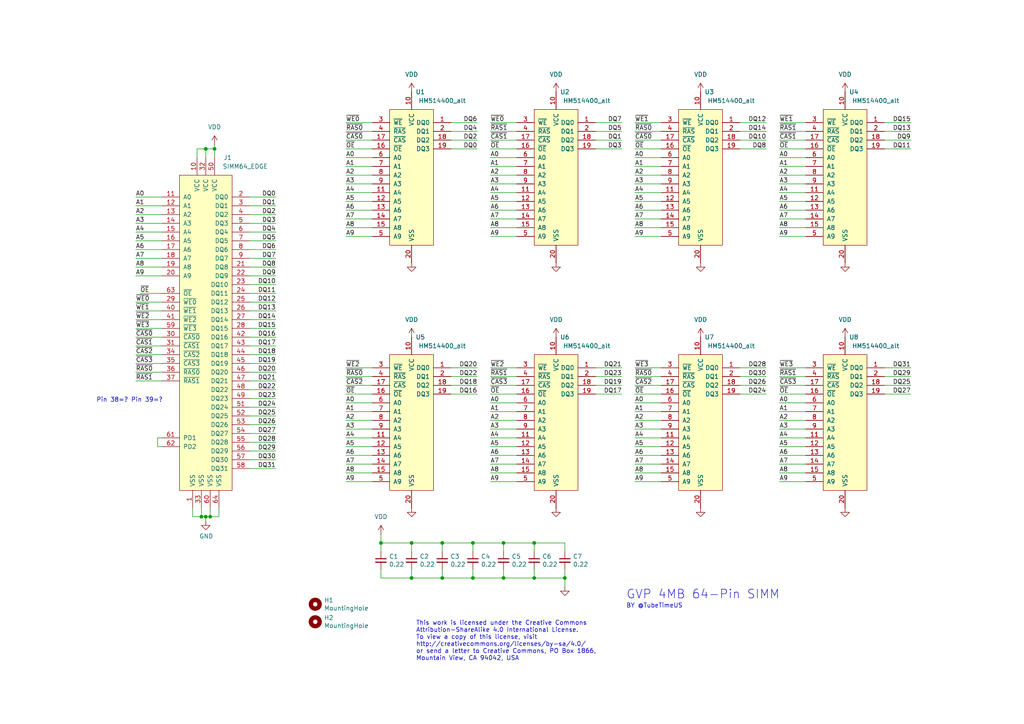
<source format=kicad_sch>
(kicad_sch (version 20231120) (generator "eeschema") (generator_version "8.0")
  (paper "A4")
  (lib_symbols
    (symbol "Device:C_Small" (pin_numbers hide) (pin_names (offset 0.254) hide)
      (property "Reference" "C" (at 0.254 1.778 0))
      (property "Value" "C_Small" (at 0.254 -2.032 0))
      (symbol "C_Small_0_1"
        (polyline (pts (xy -1.524 -0.508) (xy 1.524 -0.508)) (stroke (width 0.3302)))
        (polyline (pts (xy -1.524 0.508) (xy 1.524 0.508)) (stroke (width 0.3048)))
      )
      (symbol "C_Small_1_1"
        (pin passive line (at 0 2.54 270) (length 2.032) (name "~") (number "1"))
        (pin passive line (at 0 -2.54 90) (length 2.032) (name "~") (number "2"))
      )
    )
    (symbol "Mechanical:MountingHole" (pin_names (offset 1.016)) (exclude_from_sim yes) (in_bom no)
      (property "Reference" "H" (at 0 5.08 0))
      (property "Value" "MountingHole" (at 0 3.175 0))
      (symbol "MountingHole_0_1"
        (circle (center 0 0) (radius 1.27) (stroke (width 1.27)))
      )
    )
    (symbol "gvpsimm-rescue:GND-power" (power) (pin_names (offset 0))
      (property "Value" "power_GND" (at 0 -3.81 0))
      (symbol "GND-power_0_1"
        (polyline (pts (xy 0 0) (xy 0 -1.27) (xy 1.27 -1.27) (xy 0 -2.54) (xy -1.27 -1.27) (xy 0 -1.27)))
      )
      (symbol "GND-power_1_1"
        (pin power_in line (at 0 0 270) (length 0) hide (name "GND") (number "1"))
      )
    )
    (symbol "memory:HM514400_alt" (pin_names (offset 1.016))
      (property "Reference" "U" (at 1.27 5.08 0))
      (property "Value" "HM514400_alt" (at 7.62 2.54 0))
      (symbol "HM514400_alt_0_1"
        (rectangle (start -6.35 0) (end 6.35 -39.37) (fill (type background)))
      )
      (symbol "HM514400_alt_1_1"
        (pin bidirectional line (at 11.43 -3.81 180) (length 5.08) (name "DQ0") (number "1"))
        (pin power_in line (at 0 5.08 270) (length 5.08) (name "VCC") (number "10"))
        (pin input line (at -11.43 -24.13 0) (length 5.08) (name "A4") (number "11"))
        (pin input line (at -11.43 -26.67 0) (length 5.08) (name "A5") (number "12"))
        (pin input line (at -11.43 -29.21 0) (length 5.08) (name "A6") (number "13"))
        (pin input line (at -11.43 -31.75 0) (length 5.08) (name "A7") (number "14"))
        (pin input line (at -11.43 -34.29 0) (length 5.08) (name "A8") (number "15"))
        (pin input line (at -11.43 -11.43 0) (length 5.08) (name "~{OE}") (number "16"))
        (pin input line (at -11.43 -8.89 0) (length 5.08) (name "~{CAS}") (number "17"))
        (pin bidirectional line (at 11.43 -8.89 180) (length 5.08) (name "DQ2") (number "18"))
        (pin bidirectional line (at 11.43 -11.43 180) (length 5.08) (name "DQ3") (number "19"))
        (pin bidirectional line (at 11.43 -6.35 180) (length 5.08) (name "DQ1") (number "2"))
        (pin power_in line (at 0 -44.45 90) (length 5.08) (name "VSS") (number "20"))
        (pin input line (at -11.43 -3.81 0) (length 5.08) (name "~{WE}") (number "3"))
        (pin input line (at -11.43 -6.35 0) (length 5.08) (name "~{RAS}") (number "4"))
        (pin input line (at -11.43 -36.83 0) (length 5.08) (name "A9") (number "5"))
        (pin input line (at -11.43 -13.97 0) (length 5.08) (name "A0") (number "6"))
        (pin input line (at -11.43 -16.51 0) (length 5.08) (name "A1") (number "7"))
        (pin input line (at -11.43 -19.05 0) (length 5.08) (name "A2") (number "8"))
        (pin input line (at -11.43 -21.59 0) (length 5.08) (name "A3") (number "9"))
      )
    )
    (symbol "memory:SIMM64_EDGE" (pin_names (offset 1.016))
      (property "Reference" "J" (at 6.35 3.81 0))
      (property "Value" "SIMM64_EDGE" (at 12.7 1.27 0))
      (symbol "SIMM64_EDGE_0_1"
        (rectangle (start 7.62 -91.44) (end -7.62 0) (fill (type background)))
      )
      (symbol "SIMM64_EDGE_1_1"
        (pin power_out line (at -3.81 -96.52 90) (length 5.08) (name "VSS") (number "1"))
        (pin power_out line (at -2.54 5.08 270) (length 5.08) (name "VCC") (number "10"))
        (pin output line (at -12.7 -6.35 0) (length 5.08) (name "A0") (number "11"))
        (pin output line (at -12.7 -8.89 0) (length 5.08) (name "A1") (number "12"))
        (pin output line (at -12.7 -11.43 0) (length 5.08) (name "A2") (number "13"))
        (pin output line (at -12.7 -13.97 0) (length 5.08) (name "A3") (number "14"))
        (pin output line (at -12.7 -16.51 0) (length 5.08) (name "A4") (number "15"))
        (pin output line (at -12.7 -19.05 0) (length 5.08) (name "A5") (number "16"))
        (pin output line (at -12.7 -21.59 0) (length 5.08) (name "A6") (number "17"))
        (pin output line (at -12.7 -24.13 0) (length 5.08) (name "A7") (number "18"))
        (pin output line (at -12.7 -26.67 0) (length 5.08) (name "A8") (number "19"))
        (pin bidirectional line (at 12.7 -6.35 180) (length 5.08) (name "DQ0") (number "2"))
        (pin output line (at -12.7 -29.21 0) (length 5.08) (name "A9") (number "20"))
        (pin bidirectional line (at 12.7 -26.67 180) (length 5.08) (name "DQ8") (number "21"))
        (pin bidirectional line (at 12.7 -29.21 180) (length 5.08) (name "DQ9") (number "22"))
        (pin bidirectional line (at 12.7 -31.75 180) (length 5.08) (name "DQ10") (number "23"))
        (pin bidirectional line (at 12.7 -34.29 180) (length 5.08) (name "DQ11") (number "24"))
        (pin bidirectional line (at 12.7 -36.83 180) (length 5.08) (name "DQ12") (number "25"))
        (pin bidirectional line (at 12.7 -39.37 180) (length 5.08) (name "DQ13") (number "26"))
        (pin bidirectional line (at 12.7 -41.91 180) (length 5.08) (name "DQ14") (number "27"))
        (pin bidirectional line (at 12.7 -44.45 180) (length 5.08) (name "DQ15") (number "28"))
        (pin output line (at -12.7 -36.83 0) (length 5.08) (name "~{WE0}") (number "29"))
        (pin bidirectional line (at 12.7 -8.89 180) (length 5.08) (name "DQ1") (number "3"))
        (pin output line (at -12.7 -46.99 0) (length 5.08) (name "~{CAS0}") (number "30"))
        (pin output line (at -12.7 -49.53 0) (length 5.08) (name "~{CAS1}") (number "31"))
        (pin power_in line (at 0 5.08 270) (length 5.08) (name "VCC") (number "32"))
        (pin power_in line (at -1.27 -96.52 90) (length 5.08) (name "VSS") (number "33"))
        (pin output line (at -12.7 -52.07 0) (length 5.08) (name "~{CAS2}") (number "34"))
        (pin output line (at -12.7 -54.61 0) (length 5.08) (name "~{CAS3}") (number "35"))
        (pin output line (at -12.7 -57.15 0) (length 5.08) (name "~{RAS0}") (number "36"))
        (pin output line (at -12.7 -59.69 0) (length 5.08) (name "~{RAS1}") (number "37"))
        (pin bidirectional line (at 12.7 -11.43 180) (length 5.08) (name "DQ2") (number "4"))
        (pin output line (at -12.7 -39.37 0) (length 5.08) (name "~{WE1}") (number "40"))
        (pin output line (at -12.7 -41.91 0) (length 5.08) (name "~{WE2}") (number "41"))
        (pin bidirectional line (at 12.7 -46.99 180) (length 5.08) (name "DQ16") (number "42"))
        (pin bidirectional line (at 12.7 -49.53 180) (length 5.08) (name "DQ17") (number "43"))
        (pin bidirectional line (at 12.7 -52.07 180) (length 5.08) (name "DQ18") (number "44"))
        (pin bidirectional line (at 12.7 -54.61 180) (length 5.08) (name "DQ19") (number "45"))
        (pin bidirectional line (at 12.7 -57.15 180) (length 5.08) (name "DQ20") (number "46"))
        (pin bidirectional line (at 12.7 -59.69 180) (length 5.08) (name "DQ21") (number "47"))
        (pin bidirectional line (at 12.7 -62.23 180) (length 5.08) (name "DQ22") (number "48"))
        (pin bidirectional line (at 12.7 -64.77 180) (length 5.08) (name "DQ23") (number "49"))
        (pin bidirectional line (at 12.7 -13.97 180) (length 5.08) (name "DQ3") (number "5"))
        (pin power_in line (at 2.54 5.08 270) (length 5.08) (name "VCC") (number "50"))
        (pin bidirectional line (at 12.7 -67.31 180) (length 5.08) (name "DQ24") (number "51"))
        (pin bidirectional line (at 12.7 -69.85 180) (length 5.08) (name "DQ25") (number "52"))
        (pin bidirectional line (at 12.7 -72.39 180) (length 5.08) (name "DQ26") (number "53"))
        (pin bidirectional line (at 12.7 -74.93 180) (length 5.08) (name "DQ27") (number "54"))
        (pin bidirectional line (at 12.7 -77.47 180) (length 5.08) (name "DQ28") (number "55"))
        (pin bidirectional line (at 12.7 -80.01 180) (length 5.08) (name "DQ29") (number "56"))
        (pin bidirectional line (at 12.7 -82.55 180) (length 5.08) (name "DQ30") (number "57"))
        (pin bidirectional line (at 12.7 -85.09 180) (length 5.08) (name "DQ31") (number "58"))
        (pin output line (at -12.7 -44.45 0) (length 5.08) (name "~{WE3}") (number "59"))
        (pin bidirectional line (at 12.7 -16.51 180) (length 5.08) (name "DQ4") (number "6"))
        (pin power_in line (at 1.27 -96.52 90) (length 5.08) (name "VSS") (number "60"))
        (pin passive line (at -12.7 -76.2 0) (length 5.08) (name "PD1") (number "61"))
        (pin passive line (at -12.7 -78.74 0) (length 5.08) (name "PD2") (number "62"))
        (pin output line (at -12.7 -34.29 0) (length 5.08) (name "~{OE}") (number "63"))
        (pin power_in line (at 3.81 -96.52 90) (length 5.08) (name "VSS") (number "64"))
        (pin bidirectional line (at 12.7 -19.05 180) (length 5.08) (name "DQ5") (number "7"))
        (pin bidirectional line (at 12.7 -21.59 180) (length 5.08) (name "DQ6") (number "8"))
        (pin bidirectional line (at 12.7 -24.13 180) (length 5.08) (name "DQ7") (number "9"))
      )
    )
    (symbol "power:GND" (power) (pin_numbers hide) (pin_names (offset 0) hide)
      (property "Value" "GND" (at 0 -3.81 0))
      (symbol "GND_0_1"
        (polyline (pts (xy 0 0) (xy 0 -1.27) (xy 1.27 -1.27) (xy 0 -2.54) (xy -1.27 -1.27) (xy 0 -1.27)))
      )
      (symbol "GND_1_1"
        (pin power_in line (at 0 0 270) (length 0) (name "~") (number "1"))
      )
    )
    (symbol "power:VDD" (power) (pin_numbers hide) (pin_names (offset 0) hide)
      (property "Value" "VDD" (at 0 3.556 0))
      (symbol "VDD_0_1"
        (polyline (pts (xy -0.762 1.27) (xy 0 2.54)))
        (polyline (pts (xy 0 0) (xy 0 2.54)))
        (polyline (pts (xy 0 2.54) (xy 0.762 1.27)))
      )
      (symbol "VDD_1_1"
        (pin power_in line (at 0 0 90) (length 0) (name "~") (number "1"))
      )
    )
  )
  (junction (at 59.69 43.18))
  (junction (at 62.23 43.18))
  (junction (at 59.69 149.86))
  (junction (at 146.05 157.48))
  (junction (at 137.16 167.64))
  (junction (at 119.38 157.48))
  (junction (at 128.27 167.64))
  (junction (at 146.05 167.64))
  (junction (at 128.27 157.48))
  (junction (at 137.16 157.48))
  (junction (at 163.83 167.64))
  (junction (at 110.49 157.48))
  (junction (at 58.42 149.86))
  (junction (at 154.94 157.48))
  (junction (at 119.38 167.64))
  (junction (at 60.96 149.86))
  (junction (at 154.94 167.64))
  (wire (pts (xy 130.81 43.18) (xy 138.43 43.18)))
  (wire (pts (xy 72.39 118.11) (xy 80.01 118.11)))
  (wire (pts (xy 46.99 62.23) (xy 39.37 62.23)))
  (wire (pts (xy 110.49 165.1) (xy 110.49 167.64)))
  (wire (pts (xy 119.38 165.1) (xy 119.38 167.64)))
  (wire (pts (xy 72.39 97.79) (xy 80.01 97.79)))
  (wire (pts (xy 222.25 40.64) (xy 214.63 40.64)))
  (wire (pts (xy 233.68 63.5) (xy 226.06 63.5)))
  (wire (pts (xy 39.37 90.17) (xy 46.99 90.17)))
  (wire (pts (xy 46.99 100.33) (xy 39.37 100.33)))
  (wire (pts (xy 107.95 121.92) (xy 100.33 121.92)))
  (wire (pts (xy 58.42 149.86) (xy 59.69 149.86)))
  (wire (pts (xy 80.01 62.23) (xy 72.39 62.23)))
  (wire (pts (xy 149.86 50.8) (xy 142.24 50.8)))
  (wire (pts (xy 110.49 160.02) (xy 110.49 157.48)))
  (wire (pts (xy 72.39 85.09) (xy 80.01 85.09)))
  (wire (pts (xy 107.95 129.54) (xy 100.33 129.54)))
  (wire (pts (xy 119.38 160.02) (xy 119.38 157.48)))
  (wire (pts (xy 80.01 95.25) (xy 72.39 95.25)))
  (wire (pts (xy 80.01 100.33) (xy 72.39 100.33)))
  (wire (pts (xy 72.39 130.81) (xy 80.01 130.81)))
  (wire (pts (xy 191.77 40.64) (xy 184.15 40.64)))
  (wire (pts (xy 149.86 68.58) (xy 142.24 68.58)))
  (wire (pts (xy 191.77 127) (xy 184.15 127)))
  (wire (pts (xy 138.43 111.76) (xy 130.81 111.76)))
  (wire (pts (xy 191.77 63.5) (xy 184.15 63.5)))
  (wire (pts (xy 226.06 109.22) (xy 233.68 109.22)))
  (wire (pts (xy 59.69 151.13) (xy 59.69 149.86)))
  (wire (pts (xy 45.72 127) (xy 45.72 129.54)))
  (wire (pts (xy 46.99 69.85) (xy 39.37 69.85)))
  (wire (pts (xy 154.94 157.48) (xy 163.83 157.48)))
  (wire (pts (xy 59.69 43.18) (xy 62.23 43.18)))
  (wire (pts (xy 57.15 45.72) (xy 57.15 43.18)))
  (wire (pts (xy 107.95 63.5) (xy 100.33 63.5)))
  (wire (pts (xy 163.83 157.48) (xy 163.83 160.02)))
  (wire (pts (xy 39.37 64.77) (xy 46.99 64.77)))
  (wire (pts (xy 226.06 53.34) (xy 233.68 53.34)))
  (wire (pts (xy 233.68 121.92) (xy 226.06 121.92)))
  (wire (pts (xy 142.24 53.34) (xy 149.86 53.34)))
  (wire (pts (xy 100.33 109.22) (xy 107.95 109.22)))
  (wire (pts (xy 110.49 167.64) (xy 119.38 167.64)))
  (wire (pts (xy 146.05 157.48) (xy 154.94 157.48)))
  (wire (pts (xy 214.63 43.18) (xy 222.25 43.18)))
  (wire (pts (xy 191.77 50.8) (xy 184.15 50.8)))
  (wire (pts (xy 222.25 106.68) (xy 214.63 106.68)))
  (wire (pts (xy 184.15 66.04) (xy 191.77 66.04)))
  (wire (pts (xy 191.77 114.3) (xy 184.15 114.3)))
  (wire (pts (xy 222.25 35.56) (xy 214.63 35.56)))
  (wire (pts (xy 149.86 55.88) (xy 142.24 55.88)))
  (wire (pts (xy 80.01 69.85) (xy 72.39 69.85)))
  (wire (pts (xy 46.99 92.71) (xy 39.37 92.71)))
  (wire (pts (xy 46.99 57.15) (xy 39.37 57.15)))
  (wire (pts (xy 107.95 58.42) (xy 100.33 58.42)))
  (wire (pts (xy 107.95 50.8) (xy 100.33 50.8)))
  (wire (pts (xy 80.01 107.95) (xy 72.39 107.95)))
  (wire (pts (xy 149.86 111.76) (xy 142.24 111.76)))
  (wire (pts (xy 72.39 59.69) (xy 80.01 59.69)))
  (wire (pts (xy 72.39 135.89) (xy 80.01 135.89)))
  (wire (pts (xy 154.94 165.1) (xy 154.94 167.64)))
  (wire (pts (xy 107.95 127) (xy 100.33 127)))
  (wire (pts (xy 233.68 134.62) (xy 226.06 134.62)))
  (wire (pts (xy 142.24 38.1) (xy 149.86 38.1)))
  (wire (pts (xy 146.05 165.1) (xy 146.05 167.64)))
  (wire (pts (xy 191.77 139.7) (xy 184.15 139.7)))
  (wire (pts (xy 184.15 137.16) (xy 191.77 137.16)))
  (wire (pts (xy 233.68 106.68) (xy 226.06 106.68)))
  (wire (pts (xy 191.77 134.62) (xy 184.15 134.62)))
  (wire (pts (xy 46.99 87.63) (xy 39.37 87.63)))
  (wire (pts (xy 39.37 72.39) (xy 46.99 72.39)))
  (wire (pts (xy 184.15 38.1) (xy 191.77 38.1)))
  (wire (pts (xy 55.88 149.86) (xy 58.42 149.86)))
  (wire (pts (xy 128.27 167.64) (xy 137.16 167.64)))
  (wire (pts (xy 191.77 116.84) (xy 184.15 116.84)))
  (wire (pts (xy 62.23 43.18) (xy 62.23 41.91)))
  (wire (pts (xy 154.94 160.02) (xy 154.94 157.48)))
  (wire (pts (xy 137.16 160.02) (xy 137.16 157.48)))
  (wire (pts (xy 72.39 113.03) (xy 80.01 113.03)))
  (wire (pts (xy 100.33 48.26) (xy 107.95 48.26)))
  (wire (pts (xy 46.99 80.01) (xy 39.37 80.01)))
  (wire (pts (xy 119.38 157.48) (xy 128.27 157.48)))
  (wire (pts (xy 46.99 74.93) (xy 39.37 74.93)))
  (wire (pts (xy 128.27 157.48) (xy 137.16 157.48)))
  (wire (pts (xy 107.95 40.64) (xy 100.33 40.64)))
  (wire (pts (xy 62.23 43.18) (xy 62.23 45.72)))
  (wire (pts (xy 264.16 111.76) (xy 256.54 111.76)))
  (wire (pts (xy 138.43 35.56) (xy 130.81 35.56)))
  (wire (pts (xy 46.99 110.49) (xy 39.37 110.49)))
  (wire (pts (xy 149.86 63.5) (xy 142.24 63.5)))
  (wire (pts (xy 46.99 67.31) (xy 39.37 67.31)))
  (wire (pts (xy 184.15 119.38) (xy 191.77 119.38)))
  (wire (pts (xy 233.68 40.64) (xy 226.06 40.64)))
  (wire (pts (xy 39.37 77.47) (xy 46.99 77.47)))
  (wire (pts (xy 100.33 124.46) (xy 107.95 124.46)))
  (wire (pts (xy 214.63 109.22) (xy 222.25 109.22)))
  (wire (pts (xy 226.06 119.38) (xy 233.68 119.38)))
  (wire (pts (xy 149.86 58.42) (xy 142.24 58.42)))
  (wire (pts (xy 172.72 109.22) (xy 180.34 109.22)))
  (wire (pts (xy 39.37 102.87) (xy 46.99 102.87)))
  (wire (pts (xy 46.99 97.79) (xy 39.37 97.79)))
  (wire (pts (xy 55.88 147.32) (xy 55.88 149.86)))
  (wire (pts (xy 142.24 119.38) (xy 149.86 119.38)))
  (wire (pts (xy 72.39 90.17) (xy 80.01 90.17)))
  (wire (pts (xy 100.33 38.1) (xy 107.95 38.1)))
  (wire (pts (xy 60.96 149.86) (xy 63.5 149.86)))
  (wire (pts (xy 142.24 124.46) (xy 149.86 124.46)))
  (wire (pts (xy 58.42 147.32) (xy 58.42 149.86)))
  (wire (pts (xy 256.54 43.18) (xy 264.16 43.18)))
  (wire (pts (xy 149.86 35.56) (xy 142.24 35.56)))
  (wire (pts (xy 142.24 60.96) (xy 149.86 60.96)))
  (wire (pts (xy 107.95 45.72) (xy 100.33 45.72)))
  (wire (pts (xy 72.39 125.73) (xy 80.01 125.73)))
  (wire (pts (xy 184.15 109.22) (xy 191.77 109.22)))
  (wire (pts (xy 149.86 116.84) (xy 142.24 116.84)))
  (wire (pts (xy 72.39 64.77) (xy 80.01 64.77)))
  (wire (pts (xy 137.16 157.48) (xy 146.05 157.48)))
  (wire (pts (xy 163.83 167.64) (xy 163.83 170.18)))
  (wire (pts (xy 80.01 82.55) (xy 72.39 82.55)))
  (wire (pts (xy 80.01 57.15) (xy 72.39 57.15)))
  (wire (pts (xy 226.06 137.16) (xy 233.68 137.16)))
  (wire (pts (xy 138.43 106.68) (xy 130.81 106.68)))
  (wire (pts (xy 149.86 129.54) (xy 142.24 129.54)))
  (wire (pts (xy 142.24 137.16) (xy 149.86 137.16)))
  (wire (pts (xy 191.77 55.88) (xy 184.15 55.88)))
  (wire (pts (xy 233.68 116.84) (xy 226.06 116.84)))
  (wire (pts (xy 72.39 77.47) (xy 80.01 77.47)))
  (wire (pts (xy 80.01 80.01) (xy 72.39 80.01)))
  (wire (pts (xy 119.38 167.64) (xy 128.27 167.64)))
  (wire (pts (xy 172.72 114.3) (xy 180.34 114.3)))
  (wire (pts (xy 180.34 40.64) (xy 172.72 40.64)))
  (wire (pts (xy 233.68 139.7) (xy 226.06 139.7)))
  (wire (pts (xy 80.01 123.19) (xy 72.39 123.19)))
  (wire (pts (xy 233.68 114.3) (xy 226.06 114.3)))
  (wire (pts (xy 233.68 35.56) (xy 226.06 35.56)))
  (wire (pts (xy 226.06 48.26) (xy 233.68 48.26)))
  (wire (pts (xy 184.15 48.26) (xy 191.77 48.26)))
  (wire (pts (xy 100.33 66.04) (xy 107.95 66.04)))
  (wire (pts (xy 149.86 40.64) (xy 142.24 40.64)))
  (wire (pts (xy 149.86 45.72) (xy 142.24 45.72)))
  (wire (pts (xy 226.06 38.1) (xy 233.68 38.1)))
  (wire (pts (xy 191.77 111.76) (xy 184.15 111.76)))
  (wire (pts (xy 233.68 45.72) (xy 226.06 45.72)))
  (wire (pts (xy 107.95 111.76) (xy 100.33 111.76)))
  (wire (pts (xy 100.33 53.34) (xy 107.95 53.34)))
  (wire (pts (xy 191.77 35.56) (xy 184.15 35.56)))
  (wire (pts (xy 184.15 60.96) (xy 191.77 60.96)))
  (wire (pts (xy 46.99 85.09) (xy 40.64 85.09)))
  (wire (pts (xy 100.33 137.16) (xy 107.95 137.16)))
  (wire (pts (xy 110.49 157.48) (xy 119.38 157.48)))
  (wire (pts (xy 191.77 121.92) (xy 184.15 121.92)))
  (wire (pts (xy 233.68 43.18) (xy 226.06 43.18)))
  (wire (pts (xy 39.37 107.95) (xy 46.99 107.95)))
  (wire (pts (xy 256.54 38.1) (xy 264.16 38.1)))
  (wire (pts (xy 233.68 129.54) (xy 226.06 129.54)))
  (wire (pts (xy 256.54 109.22) (xy 264.16 109.22)))
  (wire (pts (xy 130.81 114.3) (xy 138.43 114.3)))
  (wire (pts (xy 233.68 68.58) (xy 226.06 68.58)))
  (wire (pts (xy 128.27 160.02) (xy 128.27 157.48)))
  (wire (pts (xy 39.37 95.25) (xy 46.99 95.25)))
  (wire (pts (xy 45.72 129.54) (xy 46.99 129.54)))
  (wire (pts (xy 80.01 92.71) (xy 72.39 92.71)))
  (wire (pts (xy 107.95 43.18) (xy 100.33 43.18)))
  (wire (pts (xy 80.01 87.63) (xy 72.39 87.63)))
  (wire (pts (xy 184.15 124.46) (xy 191.77 124.46)))
  (wire (pts (xy 149.86 106.68) (xy 142.24 106.68)))
  (wire (pts (xy 226.06 132.08) (xy 233.68 132.08)))
  (wire (pts (xy 60.96 147.32) (xy 60.96 149.86)))
  (wire (pts (xy 107.95 139.7) (xy 100.33 139.7)))
  (wire (pts (xy 72.39 102.87) (xy 80.01 102.87)))
  (wire (pts (xy 180.34 111.76) (xy 172.72 111.76)))
  (wire (pts (xy 137.16 167.64) (xy 146.05 167.64)))
  (wire (pts (xy 163.83 167.64) (xy 163.83 165.1)))
  (wire (pts (xy 233.68 111.76) (xy 226.06 111.76)))
  (wire (pts (xy 80.01 110.49) (xy 72.39 110.49)))
  (wire (pts (xy 142.24 48.26) (xy 149.86 48.26)))
  (wire (pts (xy 107.95 35.56) (xy 100.33 35.56)))
  (wire (pts (xy 184.15 53.34) (xy 191.77 53.34)))
  (wire (pts (xy 107.95 55.88) (xy 100.33 55.88)))
  (wire (pts (xy 57.15 43.18) (xy 59.69 43.18)))
  (wire (pts (xy 100.33 119.38) (xy 107.95 119.38)))
  (wire (pts (xy 107.95 134.62) (xy 100.33 134.62)))
  (wire (pts (xy 39.37 59.69) (xy 46.99 59.69)))
  (wire (pts (xy 226.06 124.46) (xy 233.68 124.46)))
  (wire (pts (xy 214.63 38.1) (xy 222.25 38.1)))
  (wire (pts (xy 226.06 66.04) (xy 233.68 66.04)))
  (wire (pts (xy 142.24 109.22) (xy 149.86 109.22)))
  (wire (pts (xy 146.05 167.64) (xy 154.94 167.64)))
  (wire (pts (xy 80.01 128.27) (xy 72.39 128.27)))
  (wire (pts (xy 138.43 40.64) (xy 130.81 40.64)))
  (wire (pts (xy 191.77 68.58) (xy 184.15 68.58)))
  (wire (pts (xy 191.77 43.18) (xy 184.15 43.18)))
  (wire (pts (xy 107.95 116.84) (xy 100.33 116.84)))
  (wire (pts (xy 142.24 132.08) (xy 149.86 132.08)))
  (wire (pts (xy 107.95 114.3) (xy 100.33 114.3)))
  (wire (pts (xy 146.05 160.02) (xy 146.05 157.48)))
  (wire (pts (xy 256.54 114.3) (xy 264.16 114.3)))
  (wire (pts (xy 80.01 120.65) (xy 72.39 120.65)))
  (wire (pts (xy 107.95 68.58) (xy 100.33 68.58)))
  (wire (pts (xy 154.94 167.64) (xy 163.83 167.64)))
  (wire (pts (xy 72.39 72.39) (xy 80.01 72.39)))
  (wire (pts (xy 142.24 66.04) (xy 149.86 66.04)))
  (wire (pts (xy 191.77 45.72) (xy 184.15 45.72)))
  (wire (pts (xy 172.72 38.1) (xy 180.34 38.1)))
  (wire (pts (xy 137.16 165.1) (xy 137.16 167.64)))
  (wire (pts (xy 149.86 121.92) (xy 142.24 121.92)))
  (wire (pts (xy 149.86 114.3) (xy 142.24 114.3)))
  (wire (pts (xy 80.01 115.57) (xy 72.39 115.57)))
  (wire (pts (xy 100.33 132.08) (xy 107.95 132.08)))
  (wire (pts (xy 233.68 50.8) (xy 226.06 50.8)))
  (wire (pts (xy 110.49 154.94) (xy 110.49 157.48)))
  (wire (pts (xy 149.86 134.62) (xy 142.24 134.62)))
  (wire (pts (xy 59.69 45.72) (xy 59.69 43.18)))
  (wire (pts (xy 264.16 40.64) (xy 256.54 40.64)))
  (wire (pts (xy 191.77 58.42) (xy 184.15 58.42)))
  (wire (pts (xy 180.34 106.68) (xy 172.72 106.68)))
  (wire (pts (xy 214.63 114.3) (xy 222.25 114.3)))
  (wire (pts (xy 180.34 35.56) (xy 172.72 35.56)))
  (wire (pts (xy 226.06 60.96) (xy 233.68 60.96)))
  (wire (pts (xy 264.16 35.56) (xy 256.54 35.56)))
  (wire (pts (xy 233.68 55.88) (xy 226.06 55.88)))
  (wire (pts (xy 222.25 111.76) (xy 214.63 111.76)))
  (wire (pts (xy 264.16 106.68) (xy 256.54 106.68)))
  (wire (pts (xy 130.81 109.22) (xy 138.43 109.22)))
  (wire (pts (xy 100.33 60.96) (xy 107.95 60.96)))
  (wire (pts (xy 46.99 127) (xy 45.72 127)))
  (wire (pts (xy 184.15 132.08) (xy 191.77 132.08)))
  (wire (pts (xy 80.01 74.93) (xy 72.39 74.93)))
  (wire (pts (xy 107.95 106.68) (xy 100.33 106.68)))
  (wire (pts (xy 233.68 58.42) (xy 226.06 58.42)))
  (wire (pts (xy 149.86 139.7) (xy 142.24 139.7)))
  (wire (pts (xy 191.77 106.68) (xy 184.15 106.68)))
  (wire (pts (xy 46.99 105.41) (xy 39.37 105.41)))
  (wire (pts (xy 233.68 127) (xy 226.06 127)))
  (wire (pts (xy 80.01 133.35) (xy 72.39 133.35)))
  (wire (pts (xy 128.27 165.1) (xy 128.27 167.64)))
  (wire (pts (xy 191.77 129.54) (xy 184.15 129.54)))
  (wire (pts (xy 130.81 38.1) (xy 138.43 38.1)))
  (wire (pts (xy 149.86 127) (xy 142.24 127)))
  (wire (pts (xy 149.86 43.18) (xy 142.24 43.18)))
  (wire (pts (xy 59.69 149.86) (xy 60.96 149.86)))
  (wire (pts (xy 80.01 105.41) (xy 72.39 105.41)))
  (wire (pts (xy 172.72 43.18) (xy 180.34 43.18)))
  (wire (pts (xy 63.5 149.86) (xy 63.5 147.32)))
  (wire (pts (xy 80.01 67.31) (xy 72.39 67.31)))
  (text "Pin 38=? Pin 39=?" (at 27.94 116.84 0) (effects (font (size 1.27 1.27)) (justify left bottom)))
  (text "BY @TubeTimeUS\n" (at 181.61 176.53 0) (effects (font (size 1.27 1.27)) (justify left bottom)))
  (text "This work is licensed under the Creative Commons\nAttribution-ShareAlike 4.0 International License.\nTo view a copy of this license, visit\nhttp://creativecommons.org/licenses/by-sa/4.0/\nor send a letter to Creative Commons, PO Box 1866,\nMountain View, CA 94042, USA" (at 120.65 191.77 0) (effects (font (size 1.27 1.27)) (justify left bottom)))
  (text "GVP 4MB 64-Pin SIMM" (at 181.61 173.99 0) (effects (font (size 2.54 2.54)) (justify left bottom)))
  (label "A7" (at 184.15 63.5 0))
  (label "A3" (at 184.15 124.46 0))
  (label "A3" (at 100.33 124.46 0))
  (label "A5" (at 226.06 129.54 0))
  (label "DQ15" (at 80.01 95.25 180))
  (label "DQ30" (at 222.25 109.22 180))
  (label "A4" (at 184.15 127 0))
  (label "A2" (at 184.15 50.8 0))
  (label "DQ21" (at 180.34 106.68 180))
  (label "A2" (at 226.06 121.92 0))
  (label "A2" (at 100.33 121.92 0))
  (label "A1" (at 184.15 48.26 0))
  (label "A5" (at 100.33 58.42 0))
  (label "DQ7" (at 180.34 35.56 180))
  (label "DQ20" (at 138.43 106.68 180))
  (label "DQ5" (at 80.01 69.85 180))
  (label "A9" (at 142.24 68.58 0))
  (label "~{RAS0}" (at 184.15 38.1 0))
  (label "~{WE1}" (at 226.06 35.56 0))
  (label "~{WE3}" (at 39.37 95.25 0))
  (label "A7" (at 100.33 134.62 0))
  (label "A8" (at 100.33 66.04 0))
  (label "DQ28" (at 222.25 106.68 180))
  (label "A1" (at 100.33 48.26 0))
  (label "A9" (at 184.15 68.58 0))
  (label "DQ13" (at 80.01 90.17 180))
  (label "DQ21" (at 80.01 110.49 180))
  (label "A9" (at 100.33 139.7 0))
  (label "A9" (at 39.37 80.01 0))
  (label "DQ2" (at 138.43 40.64 180))
  (label "~{RAS0}" (at 184.15 109.22 0))
  (label "DQ10" (at 80.01 82.55 180))
  (label "A8" (at 142.24 66.04 0))
  (label "~{CAS1}" (at 142.24 40.64 0))
  (label "A9" (at 226.06 68.58 0))
  (label "~{RAS1}" (at 142.24 109.22 0))
  (label "DQ3" (at 80.01 64.77 180))
  (label "A6" (at 226.06 60.96 0))
  (label "A3" (at 142.24 53.34 0))
  (label "A2" (at 184.15 121.92 0))
  (label "A9" (at 226.06 139.7 0))
  (label "~{WE0}" (at 100.33 35.56 0))
  (label "~{WE0}" (at 142.24 35.56 0))
  (label "~{OE}" (at 184.15 114.3 0))
  (label "A4" (at 226.06 55.88 0))
  (label "DQ30" (at 80.01 133.35 180))
  (label "~{CAS2}" (at 100.33 111.76 0))
  (label "~{OE}" (at 142.24 43.18 0))
  (label "A8" (at 39.37 77.47 0))
  (label "~{OE}" (at 40.64 85.09 0))
  (label "DQ16" (at 80.01 97.79 180))
  (label "A0" (at 100.33 45.72 0))
  (label "A9" (at 184.15 139.7 0))
  (label "DQ16" (at 138.43 114.3 180))
  (label "DQ1" (at 180.34 40.64 180))
  (label "A4" (at 142.24 55.88 0))
  (label "DQ14" (at 222.25 38.1 180))
  (label "A6" (at 184.15 132.08 0))
  (label "~{RAS1}" (at 142.24 38.1 0))
  (label "DQ25" (at 264.16 111.76 180))
  (label "DQ0" (at 138.43 43.18 180))
  (label "A1" (at 226.06 119.38 0))
  (label "~{CAS2}" (at 184.15 111.76 0))
  (label "A7" (at 226.06 134.62 0))
  (label "~{CAS1}" (at 226.06 40.64 0))
  (label "~{CAS0}" (at 100.33 40.64 0))
  (label "A0" (at 142.24 45.72 0))
  (label "A8" (at 226.06 137.16 0))
  (label "~{RAS1}" (at 226.06 38.1 0))
  (label "~{OE}" (at 226.06 43.18 0))
  (label "A7" (at 39.37 74.93 0))
  (label "DQ7" (at 80.01 74.93 180))
  (label "A4" (at 100.33 55.88 0))
  (label "A0" (at 142.24 116.84 0))
  (label "A2" (at 142.24 50.8 0))
  (label "A6" (at 184.15 60.96 0))
  (label "DQ29" (at 80.01 130.81 180))
  (label "A3" (at 226.06 53.34 0))
  (label "~{WE2}" (at 100.33 106.68 0))
  (label "DQ11" (at 80.01 85.09 180))
  (label "A8" (at 184.15 137.16 0))
  (label "DQ26" (at 222.25 111.76 180))
  (label "A7" (at 142.24 134.62 0))
  (label "DQ2" (at 80.01 62.23 180))
  (label "DQ26" (at 80.01 123.19 180))
  (label "A9" (at 142.24 139.7 0))
  (label "DQ28" (at 80.01 128.27 180))
  (label "A7" (at 100.33 63.5 0))
  (label "A8" (at 184.15 66.04 0))
  (label "DQ0" (at 80.01 57.15 180))
  (label "A3" (at 39.37 64.77 0))
  (label "DQ13" (at 264.16 38.1 180))
  (label "~{WE3}" (at 184.15 106.68 0))
  (label "A3" (at 184.15 53.34 0))
  (label "A5" (at 184.15 58.42 0))
  (label "A6" (at 142.24 60.96 0))
  (label "A4" (at 184.15 55.88 0))
  (label "A2" (at 100.33 50.8 0))
  (label "A3" (at 142.24 124.46 0))
  (label "A9" (at 100.33 68.58 0))
  (label "A2" (at 142.24 121.92 0))
  (label "DQ18" (at 80.01 102.87 180))
  (label "A1" (at 142.24 119.38 0))
  (label "DQ25" (at 80.01 120.65 180))
  (label "A6" (at 100.33 132.08 0))
  (label "DQ8" (at 222.25 43.18 180))
  (label "A0" (at 184.15 45.72 0))
  (label "A0" (at 39.37 57.15 0))
  (label "~{CAS1}" (at 39.37 100.33 0))
  (label "DQ11" (at 264.16 43.18 180))
  (label "A8" (at 142.24 137.16 0))
  (label "~{OE}" (at 142.24 114.3 0))
  (label "~{OE}" (at 184.15 43.18 0))
  (label "A8" (at 100.33 137.16 0))
  (label "DQ6" (at 138.43 35.56 180))
  (label "DQ4" (at 138.43 38.1 180))
  (label "DQ17" (at 180.34 114.3 180))
  (label "DQ1" (at 80.01 59.69 180))
  (label "DQ10" (at 222.25 40.64 180))
  (label "A6" (at 226.06 132.08 0))
  (label "DQ19" (at 80.01 105.41 180))
  (label "A3" (at 100.33 53.34 0))
  (label "A0" (at 226.06 45.72 0))
  (label "A5" (at 226.06 58.42 0))
  (label "DQ4" (at 80.01 67.31 180))
  (label "A5" (at 39.37 69.85 0))
  (label "A4" (at 142.24 127 0))
  (label "DQ29" (at 264.16 109.22 180))
  (label "A4" (at 100.33 127 0))
  (label "~{WE2}" (at 142.24 106.68 0))
  (label "DQ18" (at 138.43 111.76 180))
  (label "~{OE}" (at 226.06 114.3 0))
  (label "~{WE0}" (at 39.37 87.63 0))
  (label "DQ9" (at 264.16 40.64 180))
  (label "A0" (at 100.33 116.84 0))
  (label "DQ12" (at 80.01 87.63 180))
  (label "DQ17" (at 80.01 100.33 180))
  (label "A5" (at 100.33 129.54 0))
  (label "DQ20" (at 80.01 107.95 180))
  (label "~{WE1}" (at 184.15 35.56 0))
  (label "A1" (at 184.15 119.38 0))
  (label "A0" (at 226.06 116.84 0))
  (label "DQ23" (at 80.01 115.57 180))
  (label "DQ3" (at 180.34 43.18 180))
  (label "A6" (at 100.33 60.96 0))
  (label "DQ27" (at 264.16 114.3 180))
  (label "A7" (at 184.15 134.62 0))
  (label "~{OE}" (at 100.33 43.18 0))
  (label "DQ6" (at 80.01 72.39 180))
  (label "~{CAS3}" (at 226.06 111.76 0))
  (label "DQ24" (at 80.01 118.11 180))
  (label "~{CAS3}" (at 142.24 111.76 0))
  (label "A4" (at 226.06 127 0))
  (label "A1" (at 100.33 119.38 0))
  (label "DQ15" (at 264.16 35.56 180))
  (label "DQ12" (at 222.25 35.56 180))
  (label "~{RAS0}" (at 100.33 109.22 0))
  (label "DQ22" (at 80.01 113.03 180))
  (label "~{CAS0}" (at 39.37 97.79 0))
  (label "~{WE3}" (at 226.06 106.68 0))
  (label "~{RAS1}" (at 226.06 109.22 0))
  (label "A5" (at 142.24 58.42 0))
  (label "A3" (at 226.06 124.46 0))
  (label "DQ14" (at 80.01 92.71 180))
  (label "DQ23" (at 180.34 109.22 180))
  (label "A4" (at 39.37 67.31 0))
  (label "DQ22" (at 138.43 109.22 180))
  (label "A6" (at 142.24 132.08 0))
  (label "DQ31" (at 80.01 135.89 180))
  (label "A5" (at 142.24 129.54 0))
  (label "~{CAS0}" (at 184.15 40.64 0))
  (label "~{CAS2}" (at 39.37 102.87 0))
  (label "~{WE1}" (at 39.37 90.17 0))
  (label "A2" (at 226.06 50.8 0))
  (label "DQ19" (at 180.34 111.76 180))
  (label "DQ27" (at 80.01 125.73 180))
  (label "DQ5" (at 180.34 38.1 180))
  (label "A1" (at 39.37 59.69 0))
  (label "~{RAS1}" (at 39.37 110.49 0))
  (label "DQ9" (at 80.01 80.01 180))
  (label "~{WE2}" (at 39.37 92.71 0))
  (label "A8" (at 226.06 66.04 0))
  (label "A2" (at 39.37 62.23 0))
  (label "~{RAS0}" (at 39.37 107.95 0))
  (label "A0" (at 184.15 116.84 0))
  (label "A1" (at 226.06 48.26 0))
  (label "~{RAS0}" (at 100.33 38.1 0))
  (label "DQ24" (at 222.25 114.3 180))
  (label "~{OE}" (at 100.33 114.3 0))
  (label "DQ8" (at 80.01 77.47 180))
  (label "~{CAS3}" (at 39.37 105.41 0))
  (label "A7" (at 142.24 63.5 0))
  (label "A5" (at 184.15 129.54 0))
  (label "A6" (at 39.37 72.39 0))
  (label "A1" (at 142.24 48.26 0))
  (label "A7" (at 226.06 63.5 0))
  (label "DQ31" (at 264.16 106.68 180))
  (symbol (lib_id "memory:SIMM64_EDGE") (at 59.69 50.8 0) (unit 1)
    (property "Reference" "J1" (at 66.04 45.72 0))
    (property "Value" "SIMM64_EDGE" (at 71.12 48.26 0))
    (property "Footprint" "Conn:EDGE_SIMM_64_127" (effects (hide yes)))
  )
  (symbol (lib_id "gvpsimm-rescue:GND-power") (at 59.69 151.13 0) (unit 1)
    (property "Reference" "#PWR0102" (effects (hide yes)))
    (property "Value" "GND" (at 59.817 155.5242 0))
  )
  (symbol (lib_id "memory:HM514400_alt") (at 119.38 31.75 0) (unit 1)
    (property "Reference" "U1" (at 121.92 26.67 0))
    (property "Value" "HM514400_alt" (at 128.27 29.21 0))
    (property "Footprint" "Active:SOJ127P851X356-20_alt" (effects (hide yes)))
    (property "MPN" "HM514400CS-6 OR EQUIV" (effects (hide yes)))
  )
  (symbol (lib_id "memory:HM514400_alt") (at 161.29 31.75 0) (unit 1)
    (property "Reference" "U2" (at 163.83 26.67 0))
    (property "Value" "HM514400_alt" (at 170.18 29.21 0))
    (property "Footprint" "Active:SOJ127P851X356-20_alt" (effects (hide yes)))
    (property "MPN" "HM514400CS-6 OR EQUIV" (effects (hide yes)))
  )
  (symbol (lib_id "memory:HM514400_alt") (at 203.2 31.75 0) (unit 1)
    (property "Reference" "U3" (at 205.74 26.67 0))
    (property "Value" "HM514400_alt" (at 212.09 29.21 0))
    (property "Footprint" "Active:SOJ127P851X356-20_alt" (effects (hide yes)))
    (property "MPN" "HM514400CS-6 OR EQUIV" (effects (hide yes)))
  )
  (symbol (lib_id "memory:HM514400_alt") (at 245.11 31.75 0) (unit 1)
    (property "Reference" "U4" (at 247.65 26.67 0))
    (property "Value" "HM514400_alt" (at 254 29.21 0))
    (property "Footprint" "Active:SOJ127P851X356-20_alt" (effects (hide yes)))
    (property "MPN" "HM514400CS-6 OR EQUIV" (effects (hide yes)))
  )
  (symbol (lib_id "Device:C_Small") (at 119.38 162.56 0) (unit 1)
    (property "Reference" "C2" (at 121.7168 161.3916 0) (effects (justify left)))
    (property "Value" "0.22" (at 121.7168 163.703 0) (effects (justify left)))
    (property "Footprint" "Passive:CAPC1608X100" (effects (hide yes)))
  )
  (symbol (lib_id "Device:C_Small") (at 128.27 162.56 0) (unit 1)
    (property "Reference" "C3" (at 130.6068 161.3916 0) (effects (justify left)))
    (property "Value" "0.22" (at 130.6068 163.703 0) (effects (justify left)))
    (property "Footprint" "Passive:CAPC1608X100" (effects (hide yes)))
  )
  (symbol (lib_id "Device:C_Small") (at 137.16 162.56 0) (unit 1)
    (property "Reference" "C4" (at 139.4968 161.3916 0) (effects (justify left)))
    (property "Value" "0.22" (at 139.4968 163.703 0) (effects (justify left)))
    (property "Footprint" "Passive:CAPC1608X100" (effects (hide yes)))
  )
  (symbol (lib_id "Device:C_Small") (at 146.05 162.56 0) (unit 1)
    (property "Reference" "C5" (at 148.3868 161.3916 0) (effects (justify left)))
    (property "Value" "0.22" (at 148.3868 163.703 0) (effects (justify left)))
    (property "Footprint" "Passive:CAPC1608X100" (effects (hide yes)))
  )
  (symbol (lib_id "Device:C_Small") (at 154.94 162.56 0) (unit 1)
    (property "Reference" "C6" (at 157.2768 161.3916 0) (effects (justify left)))
    (property "Value" "0.22" (at 157.2768 163.703 0) (effects (justify left)))
    (property "Footprint" "Passive:CAPC1608X100" (effects (hide yes)))
  )
  (symbol (lib_id "Device:C_Small") (at 163.83 162.56 0) (unit 1)
    (property "Reference" "C7" (at 166.1668 161.3916 0) (effects (justify left)))
    (property "Value" "0.22" (at 166.1668 163.703 0) (effects (justify left)))
    (property "Footprint" "Passive:CAPC1608X100" (effects (hide yes)))
  )
  (symbol (lib_id "Device:C_Small") (at 110.49 162.56 0) (unit 1)
    (property "Reference" "C1" (at 112.8268 161.3916 0) (effects (justify left)))
    (property "Value" "0.22" (at 112.8268 163.703 0) (effects (justify left)))
    (property "Footprint" "Passive:CAPC1608X100" (effects (hide yes)))
  )
  (symbol (lib_id "memory:HM514400_alt") (at 119.38 102.87 0) (unit 1)
    (property "Reference" "U5" (at 121.92 97.79 0))
    (property "Value" "HM514400_alt" (at 128.27 100.33 0))
    (property "Footprint" "Active:SOJ127P851X356-20_alt" (effects (hide yes)))
    (property "MPN" "HM514400CS-6 OR EQUIV" (effects (hide yes)))
  )
  (symbol (lib_id "memory:HM514400_alt") (at 161.29 102.87 0) (unit 1)
    (property "Reference" "U6" (at 163.83 97.79 0))
    (property "Value" "HM514400_alt" (at 170.18 100.33 0))
    (property "Footprint" "Active:SOJ127P851X356-20_alt" (effects (hide yes)))
    (property "MPN" "HM514400CS-6 OR EQUIV" (effects (hide yes)))
  )
  (symbol (lib_id "memory:HM514400_alt") (at 203.2 102.87 0) (unit 1)
    (property "Reference" "U7" (at 205.74 97.79 0))
    (property "Value" "HM514400_alt" (at 212.09 100.33 0))
    (property "Footprint" "Active:SOJ127P851X356-20_alt" (effects (hide yes)))
    (property "MPN" "HM514400CS-6 OR EQUIV" (effects (hide yes)))
  )
  (symbol (lib_id "memory:HM514400_alt") (at 245.11 102.87 0) (unit 1)
    (property "Reference" "U8" (at 247.65 97.79 0))
    (property "Value" "HM514400_alt" (at 254 100.33 0))
    (property "Footprint" "Active:SOJ127P851X356-20_alt" (effects (hide yes)))
    (property "MPN" "HM514400CS-6 OR EQUIV" (effects (hide yes)))
  )
  (symbol (lib_id "Mechanical:MountingHole") (at 91.44 175.26 0) (unit 1)
    (property "Reference" "H1" (at 93.98 174.0916 0) (effects (justify left)))
    (property "Value" "MountingHole" (at 93.98 176.403 0) (effects (justify left)))
    (property "Footprint" "Conn:MH_125" (effects (hide yes)))
  )
  (symbol (lib_id "Mechanical:MountingHole") (at 91.44 180.34 0) (unit 1)
    (property "Reference" "H2" (at 93.98 179.1716 0) (effects (justify left)))
    (property "Value" "MountingHole" (at 93.98 181.483 0) (effects (justify left)))
    (property "Footprint" "Conn:MH_125" (effects (hide yes)))
  )
  (symbol (lib_id "power:VDD") (at 161.29 97.79 0) (unit 1)
    (property "Reference" "#PWR014" (effects (hide yes)))
    (property "Value" "VDD" (at 161.29 92.71 0))
    (property "Description" "Power symbol creates a global label with name \"VDD\"" (effects (hide yes)))
  )
  (symbol (lib_id "power:GND") (at 203.2 147.32 0) (unit 1)
    (property "Reference" "#PWR017" (effects (hide yes)))
    (property "Value" "GND" (effects (hide yes)))
    (property "Description" "Power symbol creates a global label with name \"GND\" , ground" (effects (hide yes)))
  )
  (symbol (lib_id "power:VDD") (at 203.2 26.67 0) (unit 1)
    (property "Reference" "#PWR010" (effects (hide yes)))
    (property "Value" "VDD" (at 203.2 21.59 0))
    (property "Description" "Power symbol creates a global label with name \"VDD\"" (effects (hide yes)))
  )
  (symbol (lib_id "power:VDD") (at 119.38 26.67 0) (unit 1)
    (property "Reference" "#PWR08" (effects (hide yes)))
    (property "Value" "VDD" (at 119.38 21.59 0))
    (property "Description" "Power symbol creates a global label with name \"VDD\"" (effects (hide yes)))
  )
  (symbol (lib_id "power:GND") (at 245.11 76.2 0) (unit 1)
    (property "Reference" "#PWR07" (effects (hide yes)))
    (property "Value" "GND" (effects (hide yes)))
    (property "Description" "Power symbol creates a global label with name \"GND\" , ground" (effects (hide yes)))
  )
  (symbol (lib_id "power:GND") (at 245.11 147.32 0) (unit 1)
    (property "Reference" "#PWR019" (effects (hide yes)))
    (property "Value" "GND" (effects (hide yes)))
    (property "Description" "Power symbol creates a global label with name \"GND\" , ground" (effects (hide yes)))
  )
  (symbol (lib_id "power:GND") (at 161.29 76.2 0) (unit 1)
    (property "Reference" "#PWR05" (effects (hide yes)))
    (property "Value" "GND" (effects (hide yes)))
    (property "Description" "Power symbol creates a global label with name \"GND\" , ground" (effects (hide yes)))
  )
  (symbol (lib_id "power:GND") (at 119.38 76.2 0) (unit 1)
    (property "Reference" "#PWR04" (effects (hide yes)))
    (property "Value" "GND" (effects (hide yes)))
    (property "Description" "Power symbol creates a global label with name \"GND\" , ground" (effects (hide yes)))
  )
  (symbol (lib_id "power:VDD") (at 245.11 97.79 0) (unit 1)
    (property "Reference" "#PWR018" (effects (hide yes)))
    (property "Value" "VDD" (at 245.11 92.71 0))
    (property "Description" "Power symbol creates a global label with name \"VDD\"" (effects (hide yes)))
  )
  (symbol (lib_id "power:GND") (at 203.2 76.2 0) (unit 1)
    (property "Reference" "#PWR06" (effects (hide yes)))
    (property "Value" "GND" (effects (hide yes)))
    (property "Description" "Power symbol creates a global label with name \"GND\" , ground" (effects (hide yes)))
  )
  (symbol (lib_id "power:GND") (at 119.38 147.32 0) (unit 1)
    (property "Reference" "#PWR013" (effects (hide yes)))
    (property "Value" "GND" (effects (hide yes)))
    (property "Description" "Power symbol creates a global label with name \"GND\" , ground" (effects (hide yes)))
  )
  (symbol (lib_id "power:VDD") (at 110.49 154.94 0) (unit 1)
    (property "Reference" "#PWR01" (effects (hide yes)))
    (property "Value" "VDD" (at 110.49 149.86 0))
    (property "Description" "Power symbol creates a global label with name \"VDD\"" (effects (hide yes)))
  )
  (symbol (lib_id "power:VDD") (at 203.2 97.79 0) (unit 1)
    (property "Reference" "#PWR016" (effects (hide yes)))
    (property "Value" "VDD" (at 203.2 92.71 0))
    (property "Description" "Power symbol creates a global label with name \"VDD\"" (effects (hide yes)))
  )
  (symbol (lib_id "power:VDD") (at 62.23 41.91 0) (unit 1)
    (property "Reference" "#PWR03" (effects (hide yes)))
    (property "Value" "VDD" (at 62.23 36.83 0))
    (property "Description" "Power symbol creates a global label with name \"VDD\"" (effects (hide yes)))
  )
  (symbol (lib_id "power:GND") (at 163.83 170.18 0) (unit 1)
    (property "Reference" "#PWR02" (effects (hide yes)))
    (property "Value" "GND" (effects (hide yes)))
    (property "Description" "Power symbol creates a global label with name \"GND\" , ground" (effects (hide yes)))
  )
  (symbol (lib_id "power:VDD") (at 119.38 97.79 0) (unit 1)
    (property "Reference" "#PWR012" (effects (hide yes)))
    (property "Value" "VDD" (at 119.38 92.71 0))
    (property "Description" "Power symbol creates a global label with name \"VDD\"" (effects (hide yes)))
  )
  (symbol (lib_id "power:VDD") (at 245.11 26.67 0) (unit 1)
    (property "Reference" "#PWR011" (effects (hide yes)))
    (property "Value" "VDD" (at 245.11 21.59 0))
    (property "Description" "Power symbol creates a global label with name \"VDD\"" (effects (hide yes)))
  )
  (symbol (lib_id "power:VDD") (at 161.29 26.67 0) (unit 1)
    (property "Reference" "#PWR09" (effects (hide yes)))
    (property "Value" "VDD" (at 161.29 21.59 0))
    (property "Description" "Power symbol creates a global label with name \"VDD\"" (effects (hide yes)))
  )
  (symbol (lib_id "power:GND") (at 161.29 147.32 0) (unit 1)
    (property "Reference" "#PWR015" (effects (hide yes)))
    (property "Value" "GND" (effects (hide yes)))
    (property "Description" "Power symbol creates a global label with name \"GND\" , ground" (effects (hide yes)))
  )
)
</source>
